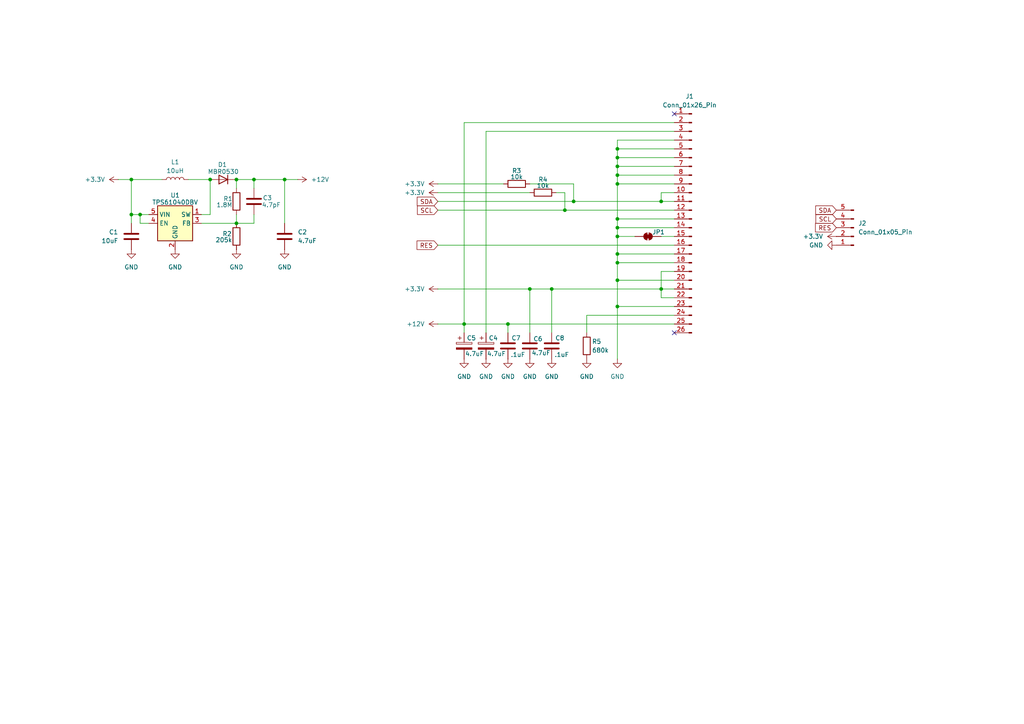
<source format=kicad_sch>
(kicad_sch (version 20231120) (generator "eeschema") (generator_version "8.0")
  (paper "A4")
  (lib_symbols
    (symbol "Connector:Conn_01x05_Pin" (pin_names (offset 1.016) hide)
      (property "Reference" "J" (at 0 7.62 0))
      (property "Value" "Conn_01x05_Pin" (at 0 -7.62 0))
      (symbol "Conn_01x05_Pin_1_1"
        (polyline (pts (xy 1.27 -5.08) (xy 0.8636 -5.08)) (stroke (width 0.1524)))
        (polyline (pts (xy 1.27 -2.54) (xy 0.8636 -2.54)) (stroke (width 0.1524)))
        (polyline (pts (xy 1.27 0) (xy 0.8636 0)) (stroke (width 0.1524)))
        (polyline (pts (xy 1.27 2.54) (xy 0.8636 2.54)) (stroke (width 0.1524)))
        (polyline (pts (xy 1.27 5.08) (xy 0.8636 5.08)) (stroke (width 0.1524)))
        (rectangle (start 0.8636 -4.953) (end 0 -5.207) (stroke (width 0.1524)) (fill (type outline)))
        (rectangle (start 0.8636 -2.413) (end 0 -2.667) (stroke (width 0.1524)) (fill (type outline)))
        (rectangle (start 0.8636 0.127) (end 0 -0.127) (stroke (width 0.1524)) (fill (type outline)))
        (rectangle (start 0.8636 2.667) (end 0 2.413) (stroke (width 0.1524)) (fill (type outline)))
        (rectangle (start 0.8636 5.207) (end 0 4.953) (stroke (width 0.1524)) (fill (type outline)))
        (pin passive line (at 5.08 5.08 180) (length 3.81) (name "Pin_1") (number "1"))
        (pin passive line (at 5.08 2.54 180) (length 3.81) (name "Pin_2") (number "2"))
        (pin passive line (at 5.08 0 180) (length 3.81) (name "Pin_3") (number "3"))
        (pin passive line (at 5.08 -2.54 180) (length 3.81) (name "Pin_4") (number "4"))
        (pin passive line (at 5.08 -5.08 180) (length 3.81) (name "Pin_5") (number "5"))
      )
    )
    (symbol "Connector:Conn_01x26_Pin" (pin_names (offset 1.016) hide)
      (property "Reference" "J" (at 0 33.02 0))
      (property "Value" "Conn_01x26_Pin" (at 0 -35.56 0))
      (symbol "Conn_01x26_Pin_1_1"
        (polyline (pts (xy 1.27 -33.02) (xy 0.8636 -33.02)) (stroke (width 0.1524)))
        (polyline (pts (xy 1.27 -30.48) (xy 0.8636 -30.48)) (stroke (width 0.1524)))
        (polyline (pts (xy 1.27 -27.94) (xy 0.8636 -27.94)) (stroke (width 0.1524)))
        (polyline (pts (xy 1.27 -25.4) (xy 0.8636 -25.4)) (stroke (width 0.1524)))
        (polyline (pts (xy 1.27 -22.86) (xy 0.8636 -22.86)) (stroke (width 0.1524)))
        (polyline (pts (xy 1.27 -20.32) (xy 0.8636 -20.32)) (stroke (width 0.1524)))
        (polyline (pts (xy 1.27 -17.78) (xy 0.8636 -17.78)) (stroke (width 0.1524)))
        (polyline (pts (xy 1.27 -15.24) (xy 0.8636 -15.24)) (stroke (width 0.1524)))
        (polyline (pts (xy 1.27 -12.7) (xy 0.8636 -12.7)) (stroke (width 0.1524)))
        (polyline (pts (xy 1.27 -10.16) (xy 0.8636 -10.16)) (stroke (width 0.1524)))
        (polyline (pts (xy 1.27 -7.62) (xy 0.8636 -7.62)) (stroke (width 0.1524)))
        (polyline (pts (xy 1.27 -5.08) (xy 0.8636 -5.08)) (stroke (width 0.1524)))
        (polyline (pts (xy 1.27 -2.54) (xy 0.8636 -2.54)) (stroke (width 0.1524)))
        (polyline (pts (xy 1.27 0) (xy 0.8636 0)) (stroke (width 0.1524)))
        (polyline (pts (xy 1.27 2.54) (xy 0.8636 2.54)) (stroke (width 0.1524)))
        (polyline (pts (xy 1.27 5.08) (xy 0.8636 5.08)) (stroke (width 0.1524)))
        (polyline (pts (xy 1.27 7.62) (xy 0.8636 7.62)) (stroke (width 0.1524)))
        (polyline (pts (xy 1.27 10.16) (xy 0.8636 10.16)) (stroke (width 0.1524)))
        (polyline (pts (xy 1.27 12.7) (xy 0.8636 12.7)) (stroke (width 0.1524)))
        (polyline (pts (xy 1.27 15.24) (xy 0.8636 15.24)) (stroke (width 0.1524)))
        (polyline (pts (xy 1.27 17.78) (xy 0.8636 17.78)) (stroke (width 0.1524)))
        (polyline (pts (xy 1.27 20.32) (xy 0.8636 20.32)) (stroke (width 0.1524)))
        (polyline (pts (xy 1.27 22.86) (xy 0.8636 22.86)) (stroke (width 0.1524)))
        (polyline (pts (xy 1.27 25.4) (xy 0.8636 25.4)) (stroke (width 0.1524)))
        (polyline (pts (xy 1.27 27.94) (xy 0.8636 27.94)) (stroke (width 0.1524)))
        (polyline (pts (xy 1.27 30.48) (xy 0.8636 30.48)) (stroke (width 0.1524)))
        (rectangle (start 0.8636 -32.893) (end 0 -33.147) (stroke (width 0.1524)) (fill (type outline)))
        (rectangle (start 0.8636 -30.353) (end 0 -30.607) (stroke (width 0.1524)) (fill (type outline)))
        (rectangle (start 0.8636 -27.813) (end 0 -28.067) (stroke (width 0.1524)) (fill (type outline)))
        (rectangle (start 0.8636 -25.273) (end 0 -25.527) (stroke (width 0.1524)) (fill (type outline)))
        (rectangle (start 0.8636 -22.733) (end 0 -22.987) (stroke (width 0.1524)) (fill (type outline)))
        (rectangle (start 0.8636 -20.193) (end 0 -20.447) (stroke (width 0.1524)) (fill (type outline)))
        (rectangle (start 0.8636 -17.653) (end 0 -17.907) (stroke (width 0.1524)) (fill (type outline)))
        (rectangle (start 0.8636 -15.113) (end 0 -15.367) (stroke (width 0.1524)) (fill (type outline)))
        (rectangle (start 0.8636 -12.573) (end 0 -12.827) (stroke (width 0.1524)) (fill (type outline)))
        (rectangle (start 0.8636 -10.033) (end 0 -10.287) (stroke (width 0.1524)) (fill (type outline)))
        (rectangle (start 0.8636 -7.493) (end 0 -7.747) (stroke (width 0.1524)) (fill (type outline)))
        (rectangle (start 0.8636 -4.953) (end 0 -5.207) (stroke (width 0.1524)) (fill (type outline)))
        (rectangle (start 0.8636 -2.413) (end 0 -2.667) (stroke (width 0.1524)) (fill (type outline)))
        (rectangle (start 0.8636 0.127) (end 0 -0.127) (stroke (width 0.1524)) (fill (type outline)))
        (rectangle (start 0.8636 2.667) (end 0 2.413) (stroke (width 0.1524)) (fill (type outline)))
        (rectangle (start 0.8636 5.207) (end 0 4.953) (stroke (width 0.1524)) (fill (type outline)))
        (rectangle (start 0.8636 7.747) (end 0 7.493) (stroke (width 0.1524)) (fill (type outline)))
        (rectangle (start 0.8636 10.287) (end 0 10.033) (stroke (width 0.1524)) (fill (type outline)))
        (rectangle (start 0.8636 12.827) (end 0 12.573) (stroke (width 0.1524)) (fill (type outline)))
        (rectangle (start 0.8636 15.367) (end 0 15.113) (stroke (width 0.1524)) (fill (type outline)))
        (rectangle (start 0.8636 17.907) (end 0 17.653) (stroke (width 0.1524)) (fill (type outline)))
        (rectangle (start 0.8636 20.447) (end 0 20.193) (stroke (width 0.1524)) (fill (type outline)))
        (rectangle (start 0.8636 22.987) (end 0 22.733) (stroke (width 0.1524)) (fill (type outline)))
        (rectangle (start 0.8636 25.527) (end 0 25.273) (stroke (width 0.1524)) (fill (type outline)))
        (rectangle (start 0.8636 28.067) (end 0 27.813) (stroke (width 0.1524)) (fill (type outline)))
        (rectangle (start 0.8636 30.607) (end 0 30.353) (stroke (width 0.1524)) (fill (type outline)))
        (pin passive line (at 5.08 30.48 180) (length 3.81) (name "Pin_1") (number "1"))
        (pin passive line (at 5.08 7.62 180) (length 3.81) (name "Pin_10") (number "10"))
        (pin passive line (at 5.08 5.08 180) (length 3.81) (name "Pin_11") (number "11"))
        (pin passive line (at 5.08 2.54 180) (length 3.81) (name "Pin_12") (number "12"))
        (pin passive line (at 5.08 0 180) (length 3.81) (name "Pin_13") (number "13"))
        (pin passive line (at 5.08 -2.54 180) (length 3.81) (name "Pin_14") (number "14"))
        (pin passive line (at 5.08 -5.08 180) (length 3.81) (name "Pin_15") (number "15"))
        (pin passive line (at 5.08 -7.62 180) (length 3.81) (name "Pin_16") (number "16"))
        (pin passive line (at 5.08 -10.16 180) (length 3.81) (name "Pin_17") (number "17"))
        (pin passive line (at 5.08 -12.7 180) (length 3.81) (name "Pin_18") (number "18"))
        (pin passive line (at 5.08 -15.24 180) (length 3.81) (name "Pin_19") (number "19"))
        (pin passive line (at 5.08 27.94 180) (length 3.81) (name "Pin_2") (number "2"))
        (pin passive line (at 5.08 -17.78 180) (length 3.81) (name "Pin_20") (number "20"))
        (pin passive line (at 5.08 -20.32 180) (length 3.81) (name "Pin_21") (number "21"))
        (pin passive line (at 5.08 -22.86 180) (length 3.81) (name "Pin_22") (number "22"))
        (pin passive line (at 5.08 -25.4 180) (length 3.81) (name "Pin_23") (number "23"))
        (pin passive line (at 5.08 -27.94 180) (length 3.81) (name "Pin_24") (number "24"))
        (pin passive line (at 5.08 -30.48 180) (length 3.81) (name "Pin_25") (number "25"))
        (pin passive line (at 5.08 -33.02 180) (length 3.81) (name "Pin_26") (number "26"))
        (pin passive line (at 5.08 25.4 180) (length 3.81) (name "Pin_3") (number "3"))
        (pin passive line (at 5.08 22.86 180) (length 3.81) (name "Pin_4") (number "4"))
        (pin passive line (at 5.08 20.32 180) (length 3.81) (name "Pin_5") (number "5"))
        (pin passive line (at 5.08 17.78 180) (length 3.81) (name "Pin_6") (number "6"))
        (pin passive line (at 5.08 15.24 180) (length 3.81) (name "Pin_7") (number "7"))
        (pin passive line (at 5.08 12.7 180) (length 3.81) (name "Pin_8") (number "8"))
        (pin passive line (at 5.08 10.16 180) (length 3.81) (name "Pin_9") (number "9"))
      )
    )
    (symbol "Device:C" (pin_numbers hide) (pin_names (offset 0.254))
      (property "Reference" "C" (at 0.635 2.54 0))
      (property "Value" "C" (at 0.635 -2.54 0))
      (symbol "C_0_1"
        (polyline (pts (xy -2.032 -0.762) (xy 2.032 -0.762)) (stroke (width 0.508)))
        (polyline (pts (xy -2.032 0.762) (xy 2.032 0.762)) (stroke (width 0.508)))
      )
      (symbol "C_1_1"
        (pin passive line (at 0 3.81 270) (length 2.794) (name "~") (number "1"))
        (pin passive line (at 0 -3.81 90) (length 2.794) (name "~") (number "2"))
      )
    )
    (symbol "Device:C_Polarized" (pin_numbers hide) (pin_names (offset 0.254))
      (property "Reference" "C" (at 0.635 2.54 0))
      (property "Value" "C_Polarized" (at 0.635 -2.54 0))
      (symbol "C_Polarized_0_1"
        (rectangle (start -2.286 0.508) (end 2.286 1.016))
        (polyline (pts (xy -1.778 2.286) (xy -0.762 2.286)))
        (polyline (pts (xy -1.27 2.794) (xy -1.27 1.778)))
        (rectangle (start 2.286 -0.508) (end -2.286 -1.016) (fill (type outline)))
      )
      (symbol "C_Polarized_1_1"
        (pin passive line (at 0 3.81 270) (length 2.794) (name "~") (number "1"))
        (pin passive line (at 0 -3.81 90) (length 2.794) (name "~") (number "2"))
      )
    )
    (symbol "Device:D" (pin_numbers hide) (pin_names (offset 1.016) hide)
      (property "Reference" "D" (at 0 2.54 0))
      (property "Value" "D" (at 0 -2.54 0))
      (symbol "D_0_1"
        (polyline (pts (xy -1.27 1.27) (xy -1.27 -1.27)) (stroke (width 0.254)))
        (polyline (pts (xy 1.27 0) (xy -1.27 0)))
        (polyline (pts (xy 1.27 1.27) (xy 1.27 -1.27) (xy -1.27 0) (xy 1.27 1.27)) (stroke (width 0.254)))
      )
      (symbol "D_1_1"
        (pin passive line (at -3.81 0 0) (length 2.54) (name "K") (number "1"))
        (pin passive line (at 3.81 0 180) (length 2.54) (name "A") (number "2"))
      )
    )
    (symbol "Device:L" (pin_numbers hide) (pin_names (offset 1.016) hide)
      (property "Reference" "L" (at -1.27 0 90))
      (property "Value" "L" (at 1.905 0 90))
      (symbol "L_0_1"
        (arc (start 0 -2.54) (mid 0.6323 -1.905) (end 0 -1.27))
        (arc (start 0 -1.27) (mid 0.6323 -0.635) (end 0 0))
        (arc (start 0 0) (mid 0.6323 0.635) (end 0 1.27))
        (arc (start 0 1.27) (mid 0.6323 1.905) (end 0 2.54))
      )
      (symbol "L_1_1"
        (pin passive line (at 0 3.81 270) (length 1.27) (name "1") (number "1"))
        (pin passive line (at 0 -3.81 90) (length 1.27) (name "2") (number "2"))
      )
    )
    (symbol "Device:R" (pin_numbers hide) (pin_names (offset 0))
      (property "Reference" "R" (at 2.032 0 90))
      (property "Value" "R" (at 0 0 90))
      (symbol "R_0_1"
        (rectangle (start -1.016 -2.54) (end 1.016 2.54) (stroke (width 0.254)))
      )
      (symbol "R_1_1"
        (pin passive line (at 0 3.81 270) (length 1.27) (name "~") (number "1"))
        (pin passive line (at 0 -3.81 90) (length 1.27) (name "~") (number "2"))
      )
    )
    (symbol "Jumper:SolderJumper_2_Bridged" (pin_numbers hide) (pin_names (offset 0) hide) (exclude_from_sim yes) (in_bom no)
      (property "Reference" "JP" (at 0 2.032 0))
      (property "Value" "SolderJumper_2_Bridged" (at 0 -2.54 0))
      (symbol "SolderJumper_2_Bridged_0_1"
        (rectangle (start -0.508 0.508) (end 0.508 -0.508) (fill (type outline)))
        (arc (start -0.254 1.016) (mid -1.2656 0) (end -0.254 -1.016))
        (arc (start -0.254 1.016) (mid -1.2656 0) (end -0.254 -1.016) (fill (type outline)))
        (polyline (pts (xy -0.254 1.016) (xy -0.254 -1.016)))
        (polyline (pts (xy 0.254 1.016) (xy 0.254 -1.016)))
        (arc (start 0.254 -1.016) (mid 1.2656 0) (end 0.254 1.016))
        (arc (start 0.254 -1.016) (mid 1.2656 0) (end 0.254 1.016) (fill (type outline)))
      )
      (symbol "SolderJumper_2_Bridged_1_1"
        (pin passive line (at -3.81 0 0) (length 2.54) (name "A") (number "1"))
        (pin passive line (at 3.81 0 180) (length 2.54) (name "B") (number "2"))
      )
    )
    (symbol "Regulator_Switching:TPS61040DBV"
      (property "Reference" "U" (at -5.08 6.35 0))
      (property "Value" "TPS61040DBV" (at 0 6.35 0))
      (symbol "TPS61040DBV_0_1"
        (rectangle (start -5.08 5.08) (end 5.08 -5.08) (stroke (width 0.254)) (fill (type background)))
      )
      (symbol "TPS61040DBV_1_1"
        (pin power_out line (at 7.62 2.54 180) (length 2.54) (name "SW") (number "1"))
        (pin power_in line (at 0 -7.62 90) (length 2.54) (name "GND") (number "2"))
        (pin input line (at 7.62 0 180) (length 2.54) (name "FB") (number "3"))
        (pin input line (at -7.62 0 0) (length 2.54) (name "EN") (number "4"))
        (pin power_in line (at -7.62 2.54 0) (length 2.54) (name "VIN") (number "5"))
      )
    )
    (symbol "power:+12V" (power) (pin_numbers hide) (pin_names (offset 0) hide)
      (property "Value" "+12V" (at 0 3.556 0))
      (symbol "+12V_0_1"
        (polyline (pts (xy -0.762 1.27) (xy 0 2.54)))
        (polyline (pts (xy 0 0) (xy 0 2.54)))
        (polyline (pts (xy 0 2.54) (xy 0.762 1.27)))
      )
      (symbol "+12V_1_1"
        (pin power_in line (at 0 0 90) (length 0) (name "~") (number "1"))
      )
    )
    (symbol "power:+3.3V" (power) (pin_numbers hide) (pin_names (offset 0) hide)
      (property "Value" "+3.3V" (at 0 3.556 0))
      (symbol "+3.3V_0_1"
        (polyline (pts (xy -0.762 1.27) (xy 0 2.54)))
        (polyline (pts (xy 0 0) (xy 0 2.54)))
        (polyline (pts (xy 0 2.54) (xy 0.762 1.27)))
      )
      (symbol "+3.3V_1_1"
        (pin power_in line (at 0 0 90) (length 0) (name "~") (number "1"))
      )
    )
    (symbol "power:GND" (power) (pin_numbers hide) (pin_names (offset 0) hide)
      (property "Value" "GND" (at 0 -3.81 0))
      (symbol "GND_0_1"
        (polyline (pts (xy 0 0) (xy 0 -1.27) (xy 1.27 -1.27) (xy 0 -2.54) (xy -1.27 -1.27) (xy 0 -1.27)))
      )
      (symbol "GND_1_1"
        (pin power_in line (at 0 0 270) (length 0) (name "~") (number "1"))
      )
    )
  )
  (junction (at 73.66 52.07))
  (junction (at 147.32 93.98))
  (junction (at 179.07 68.58))
  (junction (at 38.1 62.23))
  (junction (at 191.77 58.42))
  (junction (at 166.37 58.42))
  (junction (at 179.07 63.5))
  (junction (at 134.62 93.98))
  (junction (at 179.07 88.9))
  (junction (at 68.58 52.07))
  (junction (at 160.02 83.82))
  (junction (at 82.55 52.07))
  (junction (at 163.83 60.96))
  (junction (at 179.07 81.28))
  (junction (at 40.64 62.23))
  (junction (at 179.07 50.8))
  (junction (at 179.07 45.72))
  (junction (at 179.07 48.26))
  (junction (at 153.67 83.82))
  (junction (at 179.07 43.18))
  (junction (at 191.77 83.82))
  (junction (at 179.07 66.04))
  (junction (at 68.58 64.77))
  (junction (at 38.1 52.07))
  (junction (at 179.07 73.66))
  (junction (at 179.07 76.2))
  (junction (at 60.96 52.07))
  (junction (at 179.07 53.34))
  (no_connect (at 195.58 33.02))
  (no_connect (at 195.58 96.52))
  (wire (pts (xy 191.77 68.58) (xy 195.58 68.58)))
  (wire (pts (xy 153.67 83.82) (xy 160.02 83.82)))
  (wire (pts (xy 86.36 52.07) (xy 82.55 52.07)))
  (wire (pts (xy 68.58 62.23) (xy 68.58 64.77)))
  (wire (pts (xy 134.62 93.98) (xy 134.62 96.52)))
  (wire (pts (xy 191.77 58.42) (xy 191.77 55.88)))
  (wire (pts (xy 73.66 52.07) (xy 68.58 52.07)))
  (wire (pts (xy 38.1 52.07) (xy 46.99 52.07)))
  (wire (pts (xy 73.66 52.07) (xy 73.66 54.61)))
  (wire (pts (xy 134.62 35.56) (xy 195.58 35.56)))
  (wire (pts (xy 127 55.88) (xy 153.67 55.88)))
  (wire (pts (xy 195.58 40.64) (xy 179.07 40.64)))
  (wire (pts (xy 140.97 38.1) (xy 195.58 38.1)))
  (wire (pts (xy 153.67 53.34) (xy 166.37 53.34)))
  (wire (pts (xy 191.77 55.88) (xy 195.58 55.88)))
  (wire (pts (xy 179.07 73.66) (xy 179.07 76.2)))
  (wire (pts (xy 179.07 88.9) (xy 179.07 104.14)))
  (wire (pts (xy 38.1 62.23) (xy 38.1 52.07)))
  (wire (pts (xy 40.64 64.77) (xy 40.64 62.23)))
  (wire (pts (xy 191.77 83.82) (xy 195.58 83.82)))
  (wire (pts (xy 60.96 62.23) (xy 58.42 62.23)))
  (wire (pts (xy 179.07 40.64) (xy 179.07 43.18)))
  (wire (pts (xy 179.07 63.5) (xy 179.07 66.04)))
  (wire (pts (xy 179.07 48.26) (xy 195.58 48.26)))
  (wire (pts (xy 170.18 91.44) (xy 170.18 96.52)))
  (wire (pts (xy 160.02 83.82) (xy 160.02 96.52)))
  (wire (pts (xy 195.58 91.44) (xy 170.18 91.44)))
  (wire (pts (xy 60.96 52.07) (xy 60.96 62.23)))
  (wire (pts (xy 43.18 64.77) (xy 40.64 64.77)))
  (wire (pts (xy 179.07 66.04) (xy 195.58 66.04)))
  (wire (pts (xy 179.07 68.58) (xy 179.07 73.66)))
  (wire (pts (xy 134.62 35.56) (xy 134.62 93.98)))
  (wire (pts (xy 179.07 50.8) (xy 179.07 53.34)))
  (wire (pts (xy 153.67 83.82) (xy 153.67 96.52)))
  (wire (pts (xy 179.07 88.9) (xy 195.58 88.9)))
  (wire (pts (xy 147.32 93.98) (xy 147.32 96.52)))
  (wire (pts (xy 140.97 38.1) (xy 140.97 96.52)))
  (wire (pts (xy 38.1 62.23) (xy 40.64 62.23)))
  (wire (pts (xy 54.61 52.07) (xy 60.96 52.07)))
  (wire (pts (xy 179.07 53.34) (xy 195.58 53.34)))
  (wire (pts (xy 166.37 53.34) (xy 166.37 58.42)))
  (wire (pts (xy 195.58 86.36) (xy 191.77 86.36)))
  (wire (pts (xy 127 58.42) (xy 166.37 58.42)))
  (wire (pts (xy 191.77 78.74) (xy 191.77 83.82)))
  (wire (pts (xy 38.1 64.77) (xy 38.1 62.23)))
  (wire (pts (xy 73.66 64.77) (xy 68.58 64.77)))
  (wire (pts (xy 73.66 62.23) (xy 73.66 64.77)))
  (wire (pts (xy 179.07 48.26) (xy 179.07 50.8)))
  (wire (pts (xy 195.58 58.42) (xy 191.77 58.42)))
  (wire (pts (xy 163.83 55.88) (xy 163.83 60.96)))
  (wire (pts (xy 179.07 73.66) (xy 195.58 73.66)))
  (wire (pts (xy 179.07 63.5) (xy 195.58 63.5)))
  (wire (pts (xy 195.58 81.28) (xy 179.07 81.28)))
  (wire (pts (xy 179.07 76.2) (xy 179.07 81.28)))
  (wire (pts (xy 43.18 62.23) (xy 40.64 62.23)))
  (wire (pts (xy 179.07 53.34) (xy 179.07 63.5)))
  (wire (pts (xy 191.77 86.36) (xy 191.77 83.82)))
  (wire (pts (xy 179.07 45.72) (xy 195.58 45.72)))
  (wire (pts (xy 127 93.98) (xy 134.62 93.98)))
  (wire (pts (xy 127 83.82) (xy 153.67 83.82)))
  (wire (pts (xy 161.29 55.88) (xy 163.83 55.88)))
  (wire (pts (xy 127 60.96) (xy 163.83 60.96)))
  (wire (pts (xy 163.83 60.96) (xy 195.58 60.96)))
  (wire (pts (xy 58.42 64.77) (xy 68.58 64.77)))
  (wire (pts (xy 179.07 76.2) (xy 195.58 76.2)))
  (wire (pts (xy 179.07 66.04) (xy 179.07 68.58)))
  (wire (pts (xy 147.32 93.98) (xy 195.58 93.98)))
  (wire (pts (xy 134.62 93.98) (xy 147.32 93.98)))
  (wire (pts (xy 179.07 43.18) (xy 195.58 43.18)))
  (wire (pts (xy 82.55 64.77) (xy 82.55 52.07)))
  (wire (pts (xy 127 53.34) (xy 146.05 53.34)))
  (wire (pts (xy 179.07 50.8) (xy 195.58 50.8)))
  (wire (pts (xy 160.02 83.82) (xy 191.77 83.82)))
  (wire (pts (xy 179.07 43.18) (xy 179.07 45.72)))
  (wire (pts (xy 82.55 52.07) (xy 73.66 52.07)))
  (wire (pts (xy 184.15 68.58) (xy 179.07 68.58)))
  (wire (pts (xy 68.58 54.61) (xy 68.58 52.07)))
  (wire (pts (xy 166.37 58.42) (xy 191.77 58.42)))
  (wire (pts (xy 179.07 45.72) (xy 179.07 48.26)))
  (wire (pts (xy 179.07 81.28) (xy 179.07 88.9)))
  (wire (pts (xy 195.58 71.12) (xy 127 71.12)))
  (wire (pts (xy 195.58 78.74) (xy 191.77 78.74)))
  (wire (pts (xy 34.29 52.07) (xy 38.1 52.07)))
  (global_label "SDA" (shape input) (at 127 58.42 180) (property "Intersheetrefs" "${INTERSHEET_REFS}" (effects (hide yes))))
  (global_label "SCL" (shape input) (at 127 60.96 180) (property "Intersheetrefs" "${INTERSHEET_REFS}" (effects (hide yes))))
  (global_label "SDA" (shape input) (at 242.57 60.96 180) (property "Intersheetrefs" "${INTERSHEET_REFS}" (effects (hide yes))))
  (global_label "RES" (shape input) (at 127 71.12 180) (property "Intersheetrefs" "${INTERSHEET_REFS}" (effects (hide yes))))
  (global_label "SCL" (shape input) (at 242.57 63.5 180) (property "Intersheetrefs" "${INTERSHEET_REFS}" (effects (hide yes))))
  (global_label "RES" (shape input) (at 242.57 66.04 180) (property "Intersheetrefs" "${INTERSHEET_REFS}" (effects (hide yes))))
  (symbol (lib_id "power:+12V") (at 86.36 52.07 270) (unit 1)
    (property "Reference" "#PWR06" (effects (hide yes)))
    (property "Value" "+12V" (at 90.17 52.0699 90) (effects (justify left)))
    (property "Description" "Power symbol creates a global label with name \"+12V\"" (effects (hide yes)))
  )
  (symbol (lib_id "Device:L") (at 50.8 52.07 90) (unit 1)
    (property "Reference" "L1" (at 50.8 46.99 90))
    (property "Value" "10uH" (at 50.8 49.53 90))
    (property "Footprint" "Inductor_SMD:L_Chilisin_BMRx00060630" (effects (hide yes)))
    (property "Description" "Inductor" (effects (hide yes)))
    (property "LCSC PART #" "C5189958" (effects (hide yes)))
  )
  (symbol (lib_id "power:GND") (at 82.55 72.39 0) (unit 1)
    (property "Reference" "#PWR04" (effects (hide yes)))
    (property "Value" "GND" (at 82.55 77.47 0))
    (property "Description" "Power symbol creates a global label with name \"GND\" , ground" (effects (hide yes)))
  )
  (symbol (lib_id "power:GND") (at 38.1 72.39 0) (unit 1)
    (property "Reference" "#PWR01" (effects (hide yes)))
    (property "Value" "GND" (at 38.1 77.47 0))
    (property "Description" "Power symbol creates a global label with name \"GND\" , ground" (effects (hide yes)))
  )
  (symbol (lib_id "power:+3.3V") (at 127 55.88 90) (unit 1)
    (property "Reference" "#PWR013" (effects (hide yes)))
    (property "Value" "+3.3V" (at 123.19 55.8799 90) (effects (justify left)))
    (property "Description" "Power symbol creates a global label with name \"+3.3V\"" (effects (hide yes)))
  )
  (symbol (lib_id "Device:C") (at 38.1 68.58 0) (mirror x) (unit 1)
    (property "Reference" "C1" (at 34.29 67.3099 0) (effects (justify right)))
    (property "Value" "10uF" (at 34.29 69.8499 0) (effects (justify right)))
    (property "Footprint" "Capacitor_SMD:C_0805_2012Metric" (effects (hide yes)))
    (property "Description" "Unpolarized capacitor" (effects (hide yes)))
    (property "LCSC PART #" "C15850" (effects (hide yes)))
  )
  (symbol (lib_id "Device:C_Polarized") (at 134.62 100.33 0) (unit 1)
    (property "Reference" "C5" (at 135.382 98.044 0) (effects (justify left)))
    (property "Value" "4.7uF" (at 134.874 102.616 0) (effects (justify left)))
    (property "Footprint" "Capacitor_Tantalum_SMD:CP_EIA-3216-18_Kemet-A" (effects (hide yes)))
    (property "Description" "Polarized capacitor" (effects (hide yes)))
    (property "LCSC PART #" "C7189" (effects (hide yes)))
  )
  (symbol (lib_id "Device:R") (at 170.18 100.33 0) (unit 1)
    (property "Reference" "R5" (at 171.704 99.06 0) (effects (justify left)))
    (property "Value" "680k" (at 171.704 101.6 0) (effects (justify left)))
    (property "Footprint" "Resistor_SMD:R_0805_2012Metric" (effects (hide yes)))
    (property "Description" "Resistor" (effects (hide yes)))
    (property "LCSC PART #" "C17797" (effects (hide yes)))
  )
  (symbol (lib_id "power:+3.3V") (at 127 83.82 90) (unit 1)
    (property "Reference" "#PWR011" (effects (hide yes)))
    (property "Value" "+3.3V" (at 123.19 83.8199 90) (effects (justify left)))
    (property "Description" "Power symbol creates a global label with name \"+3.3V\"" (effects (hide yes)))
  )
  (symbol (lib_id "power:GND") (at 160.02 104.14 0) (unit 1)
    (property "Reference" "#PWR017" (effects (hide yes)))
    (property "Value" "GND" (at 160.02 109.22 0))
    (property "Description" "Power symbol creates a global label with name \"GND\" , ground" (effects (hide yes)))
  )
  (symbol (lib_id "Device:R") (at 68.58 58.42 0) (unit 1)
    (property "Reference" "R1" (at 64.77 57.658 0) (effects (justify left)))
    (property "Value" "1.8M" (at 62.738 59.436 0) (effects (justify left)))
    (property "Footprint" "Resistor_SMD:R_0805_2012Metric" (effects (hide yes)))
    (property "Description" "Resistor" (effects (hide yes)))
    (property "LCSC PART #" "C17399" (effects (hide yes)))
  )
  (symbol (lib_id "power:+12V") (at 127 93.98 90) (unit 1)
    (property "Reference" "#PWR07" (effects (hide yes)))
    (property "Value" "+12V" (at 123.19 93.9799 90) (effects (justify left)))
    (property "Description" "Power symbol creates a global label with name \"+12V\"" (effects (hide yes)))
  )
  (symbol (lib_id "power:+3.3V") (at 34.29 52.07 90) (unit 1)
    (property "Reference" "#PWR03" (effects (hide yes)))
    (property "Value" "+3.3V" (at 30.48 52.0699 90) (effects (justify left)))
    (property "Description" "Power symbol creates a global label with name \"+3.3V\"" (effects (hide yes)))
  )
  (symbol (lib_id "power:GND") (at 170.18 104.14 0) (unit 1)
    (property "Reference" "#PWR014" (effects (hide yes)))
    (property "Value" "GND" (at 170.18 109.22 0))
    (property "Description" "Power symbol creates a global label with name \"GND\" , ground" (effects (hide yes)))
  )
  (symbol (lib_id "power:GND") (at 68.58 72.39 0) (unit 1)
    (property "Reference" "#PWR05" (effects (hide yes)))
    (property "Value" "GND" (at 68.58 77.47 0))
    (property "Description" "Power symbol creates a global label with name \"GND\" , ground" (effects (hide yes)))
  )
  (symbol (lib_id "power:+3.3V") (at 127 53.34 90) (unit 1)
    (property "Reference" "#PWR012" (effects (hide yes)))
    (property "Value" "+3.3V" (at 123.19 53.3399 90) (effects (justify left)))
    (property "Description" "Power symbol creates a global label with name \"+3.3V\"" (effects (hide yes)))
  )
  (symbol (lib_id "Connector:Conn_01x05_Pin") (at 247.65 66.04 180) (unit 1)
    (property "Reference" "J2" (at 248.92 64.7699 0) (effects (justify right)))
    (property "Value" "Conn_01x05_Pin" (at 248.92 67.3099 0) (effects (justify right)))
    (property "Footprint" "Connector_PinHeader_2.54mm:PinHeader_1x05_P2.54mm_Vertical" (effects (hide yes)))
    (property "Description" "Generic connector, single row, 01x05, script generated" (effects (hide yes)))
  )
  (symbol (lib_id "power:GND") (at 134.62 104.14 0) (unit 1)
    (property "Reference" "#PWR08" (effects (hide yes)))
    (property "Value" "GND" (at 134.62 109.22 0))
    (property "Description" "Power symbol creates a global label with name \"GND\" , ground" (effects (hide yes)))
  )
  (symbol (lib_id "Device:C") (at 147.32 100.33 0) (unit 1)
    (property "Reference" "C7" (at 148.336 98.044 0) (effects (justify left)))
    (property "Value" ".1uF" (at 148.082 102.87 0) (effects (justify left)))
    (property "Footprint" "Capacitor_SMD:C_0805_2012Metric" (effects (hide yes)))
    (property "Description" "Unpolarized capacitor" (effects (hide yes)))
    (property "LCSC PART #" "C28233" (effects (hide yes)))
  )
  (symbol (lib_id "Connector:Conn_01x26_Pin") (at 200.66 63.5 0) (mirror y) (unit 1)
    (property "Reference" "J1" (at 200.025 27.94 0))
    (property "Value" "Conn_01x26_Pin" (at 200.025 30.48 0))
    (property "Footprint" "JLC:FPC-SMD_AFC24-S26FIA [DUAL-SIDE]" (effects (hide yes)))
    (property "Description" "Generic connector, single row, 01x26, script generated" (effects (hide yes)))
    (property "LCSC PART #" "C262684" (effects (hide yes)))
  )
  (symbol (lib_id "Device:C_Polarized") (at 140.97 100.33 0) (unit 1)
    (property "Reference" "C4" (at 141.732 98.044 0) (effects (justify left)))
    (property "Value" "4.7uF" (at 141.224 102.616 0) (effects (justify left)))
    (property "Footprint" "Capacitor_Tantalum_SMD:CP_EIA-3216-18_Kemet-A" (effects (hide yes)))
    (property "Description" "Polarized capacitor" (effects (hide yes)))
    (property "LCSC PART #" "C7189" (effects (hide yes)))
  )
  (symbol (lib_id "Device:C") (at 73.66 58.42 180) (unit 1)
    (property "Reference" "C3" (at 76.2 57.404 0) (effects (justify right)))
    (property "Value" "4.7pF" (at 75.946 59.436 0) (effects (justify right)))
    (property "Footprint" "Capacitor_SMD:C_0603_1608Metric" (effects (hide yes)))
    (property "Description" "Unpolarized capacitor" (effects (hide yes)))
    (property "LCSC PART #" "C1669" (effects (hide yes)))
  )
  (symbol (lib_id "Device:C") (at 82.55 68.58 0) (unit 1)
    (property "Reference" "C2" (at 86.36 67.3099 0) (effects (justify left)))
    (property "Value" "4.7uF" (at 86.36 69.8499 0) (effects (justify left)))
    (property "Footprint" "Capacitor_SMD:C_1206_3216Metric" (effects (hide yes)))
    (property "Description" "Unpolarized capacitor" (effects (hide yes)))
    (property "LCSC PART #" "C29823" (effects (hide yes)))
  )
  (symbol (lib_id "Device:C") (at 153.67 100.33 0) (unit 1)
    (property "Reference" "C6" (at 154.686 98.298 0) (effects (justify left)))
    (property "Value" "4.7uF" (at 154.178 102.362 0) (effects (justify left)))
    (property "Footprint" "Capacitor_SMD:C_1206_3216Metric" (effects (hide yes)))
    (property "Description" "Unpolarized capacitor" (effects (hide yes)))
    (property "LCSC PART #" "C29823" (effects (hide yes)))
  )
  (symbol (lib_id "Regulator_Switching:TPS61040DBV") (at 50.8 64.77 0) (unit 1)
    (property "Reference" "U1" (at 50.8 56.642 0))
    (property "Value" "TPS61040DBV" (at 50.8 58.674 0))
    (property "Footprint" "Package_TO_SOT_SMD:SOT-23-5" (effects (hide yes)))
    (property "Datasheet" "http://www.ti.com/lit/ds/symlink/tps61040.pdf" (effects (hide yes)))
    (property "Description" "Synchronous Boost Regulator, Adjustable Output up to 28V, 400 mA Switch Current Limit, SOT-23-5" (effects (hide yes)))
    (property "LCSC PART #" "C7722" (effects (hide yes)))
  )
  (symbol (lib_id "power:GND") (at 242.57 71.12 270) (unit 1)
    (property "Reference" "#PWR018" (effects (hide yes)))
    (property "Value" "GND" (at 238.76 71.1199 90) (effects (justify right)))
    (property "Description" "Power symbol creates a global label with name \"GND\" , ground" (effects (hide yes)))
  )
  (symbol (lib_id "Device:C") (at 160.02 100.33 0) (unit 1)
    (property "Reference" "C8" (at 161.036 98.044 0) (effects (justify left)))
    (property "Value" ".1uF" (at 160.782 102.87 0) (effects (justify left)))
    (property "Footprint" "Capacitor_SMD:C_0805_2012Metric" (effects (hide yes)))
    (property "Description" "Unpolarized capacitor" (effects (hide yes)))
    (property "LCSC PART #" "C28233" (effects (hide yes)))
  )
  (symbol (lib_id "Device:R") (at 157.48 55.88 90) (unit 1)
    (property "Reference" "R4" (at 157.48 52.07 90))
    (property "Value" "10k" (at 157.48 53.848 90))
    (property "Footprint" "Resistor_SMD:R_0805_2012Metric" (effects (hide yes)))
    (property "Description" "Resistor" (effects (hide yes)))
    (property "LCSC PART #" "C17414" (effects (hide yes)))
  )
  (symbol (lib_id "power:GND") (at 147.32 104.14 0) (unit 1)
    (property "Reference" "#PWR016" (effects (hide yes)))
    (property "Value" "GND" (at 147.32 109.22 0))
    (property "Description" "Power symbol creates a global label with name \"GND\" , ground" (effects (hide yes)))
  )
  (symbol (lib_id "power:GND") (at 153.67 104.14 0) (unit 1)
    (property "Reference" "#PWR015" (effects (hide yes)))
    (property "Value" "GND" (at 153.67 109.22 0))
    (property "Description" "Power symbol creates a global label with name \"GND\" , ground" (effects (hide yes)))
  )
  (symbol (lib_id "Device:R") (at 68.58 68.58 0) (unit 1)
    (property "Reference" "R2" (at 64.516 67.818 0) (effects (justify left)))
    (property "Value" "205k" (at 62.484 69.596 0) (effects (justify left)))
    (property "Footprint" "Resistor_SMD:R_0805_2012Metric" (effects (hide yes)))
    (property "Description" "Resistor" (effects (hide yes)))
    (property "LCSC PART #" "C218417" (effects (hide yes)))
  )
  (symbol (lib_id "Device:R") (at 149.86 53.34 90) (unit 1)
    (property "Reference" "R3" (at 149.86 49.53 90))
    (property "Value" "10k" (at 149.86 51.308 90))
    (property "Footprint" "Resistor_SMD:R_0805_2012Metric" (effects (hide yes)))
    (property "Description" "Resistor" (effects (hide yes)))
    (property "LCSC PART #" "C17414" (effects (hide yes)))
  )
  (symbol (lib_id "power:GND") (at 50.8 72.39 0) (unit 1)
    (property "Reference" "#PWR02" (effects (hide yes)))
    (property "Value" "GND" (at 50.8 77.47 0))
    (property "Description" "Power symbol creates a global label with name \"GND\" , ground" (effects (hide yes)))
  )
  (symbol (lib_id "power:+3.3V") (at 242.57 68.58 90) (unit 1)
    (property "Reference" "#PWR019" (effects (hide yes)))
    (property "Value" "+3.3V" (at 238.76 68.5799 90) (effects (justify left)))
    (property "Description" "Power symbol creates a global label with name \"+3.3V\"" (effects (hide yes)))
  )
  (symbol (lib_id "Device:D") (at 64.77 52.07 180) (unit 1)
    (property "Reference" "D1" (at 64.516 47.752 0))
    (property "Value" "MBR0530" (at 64.77 49.784 0))
    (property "Footprint" "Diode_SMD:D_SOD-123" (effects (hide yes)))
    (property "Description" "Diode" (effects (hide yes)))
    (property "Sim.Device" "D" (effects (hide yes)))
    (property "Sim.Pins" "1=K 2=A" (effects (hide yes)))
    (property "LCSC PART #" "C77336" (effects (hide yes)))
  )
  (symbol (lib_id "power:GND") (at 179.07 104.14 0) (unit 1)
    (property "Reference" "#PWR010" (effects (hide yes)))
    (property "Value" "GND" (at 179.07 109.22 0))
    (property "Description" "Power symbol creates a global label with name \"GND\" , ground" (effects (hide yes)))
  )
  (symbol (lib_id "power:GND") (at 140.97 104.14 0) (unit 1)
    (property "Reference" "#PWR09" (effects (hide yes)))
    (property "Value" "GND" (at 140.97 109.22 0))
    (property "Description" "Power symbol creates a global label with name \"GND\" , ground" (effects (hide yes)))
  )
  (symbol (lib_id "Jumper:SolderJumper_2_Bridged") (at 187.96 68.58 0) (unit 1) (exclude_from_sim yes) (in_bom no)
    (property "Reference" "JP1" (at 191.008 67.31 0))
    (property "Value" "SolderJumper_2_Bridged" (effects (hide yes)))
    (property "Footprint" "Jumper:SolderJumper-2_P1.3mm_Bridged_RoundedPad1.0x1.5mm" (effects (hide yes)))
    (property "Description" "Solder Jumper, 2-pole, closed/bridged" (effects (hide yes)))
  )
)
</source>
